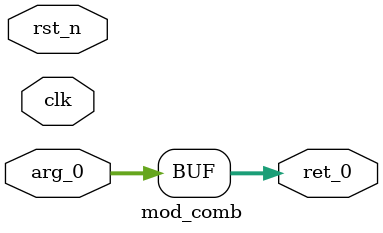
<source format=v>
module mod_comb(clk, rst_n, arg_0, ret_0);
   input clk;
   input rst_n;
   input [31:0] arg_0;
   output [31:0] ret_0;

   assign ret_0 = arg_0;

endmodule // mod_comb

</source>
